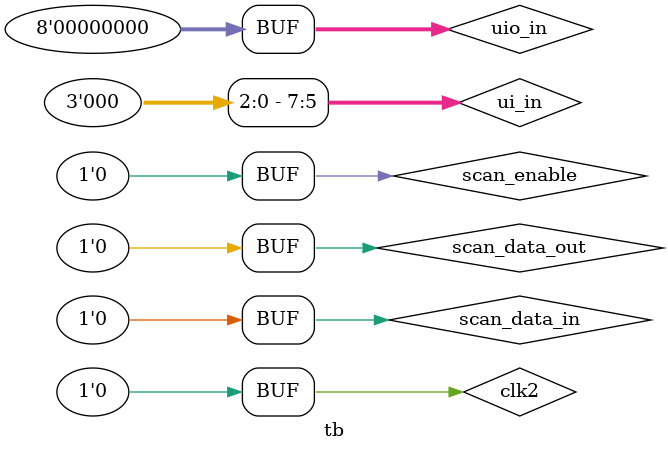
<source format=v>
`default_nettype none
`timescale 1ns / 1ps

/* This testbench just instantiates the module and makes some convenient wires
   that can be driven / tested by the cocotb test.py.
*/
module tb ();

initial begin
    $dumpfile("tb.vcd");
    $dumpvars(0, tb);
    #1;
end

reg clk;
reg rst_n;
reg ena;
reg [3:0] buttons;
reg seg_invert;
wire [7:0] uo_out;
wire [7:0] uio_out;
wire [7:0] uio_oe;

wire clk2;
wire scan_enable;
wire scan_data_in;
wire scan_data_out;

`ifndef GL_TEST
assign clk2 = 1'b0;
assign scan_enable = 1'b0;
assign scan_data_in = 1'b0;
assign scan_data_out = 1'b0;
`endif

wire [7:0] ui_in = {scan_data_in, scan_enable, clk2, seg_invert, buttons};
wire [7:0] uio_in = 8'b00000000;

wire [3:0] leds = uo_out[3:0];
wire sound = uo_out[4];
wire [1:0] digit_sel = uo_out[6:5];
wire [6:0] segments = uio_out[6:0];

`ifdef GL_TEST
assign scan_data_out = uo_out[7];
`endif

`ifdef GL_TEST
wire VPWR = 1'b1;
wire VGND = 1'b0;
`endif

tt_um_htfab_split_flops user_project (
// Include power ports for the Gate Level test:
`ifdef GL_TEST
    .VPWR(VPWR),
    .VGND(VGND),
`endif
    .ui_in  (ui_in),    // Dedicated inputs
    .uo_out (uo_out),   // Dedicated outputs
    .uio_in (uio_in),   // IOs: Input path
    .uio_out(uio_out),  // IOs: Output path
    .uio_oe (uio_oe),   // IOs: Enable path (active high: 0=input, 1=output)
    .ena    (ena),      // enable - goes high when design is selected
    .clk    (clk),      // clock
    .rst_n  (rst_n)     // not reset
);

reg [13:0] segments_cur;
reg [13:0] segments_prev;
reg [13:0] segments_pov;

always @(posedge clk) begin
    if (!rst_n) begin
        segments_cur <= 14'b0;
        segments_prev <= 14'b0;
        segments_pov <= 14'b0;
    end else begin
        segments_cur[13:7] <= {7{digit_sel[1]^seg_invert}} & (segments^{7{seg_invert}});
        segments_cur[6:0]  <= {7{digit_sel[0]^seg_invert}} & (segments^{7{seg_invert}});
        segments_prev <= segments_cur;
        segments_pov <= segments_cur | segments_prev;
    end
end

`ifndef GL_TEST
reg fsm_clk;
reg fsm_reset;
reg fsm_update;
reg fsm_erase;
reg [1:0] fsm_color;
reg [2:0] fsm_read_pos;
wire fsm_empty;
wire fsm_full;
wire [19:0] fsm_valid;
wire [1:0] fsm_read_val;
wire fsm_read_over;

rules fsm (
    .clk(fsm_clk),
    .reset(fsm_reset),
    .update(fsm_update),
    .erase(fsm_erase),
    .color(fsm_color),
    .read_pos(fsm_read_pos),
    .empty(fsm_empty),
    .full(fsm_full),
    .valid(fsm_valid),
    .read_val(fsm_read_val),
    .read_over(fsm_read_over)
);
`endif

endmodule

</source>
